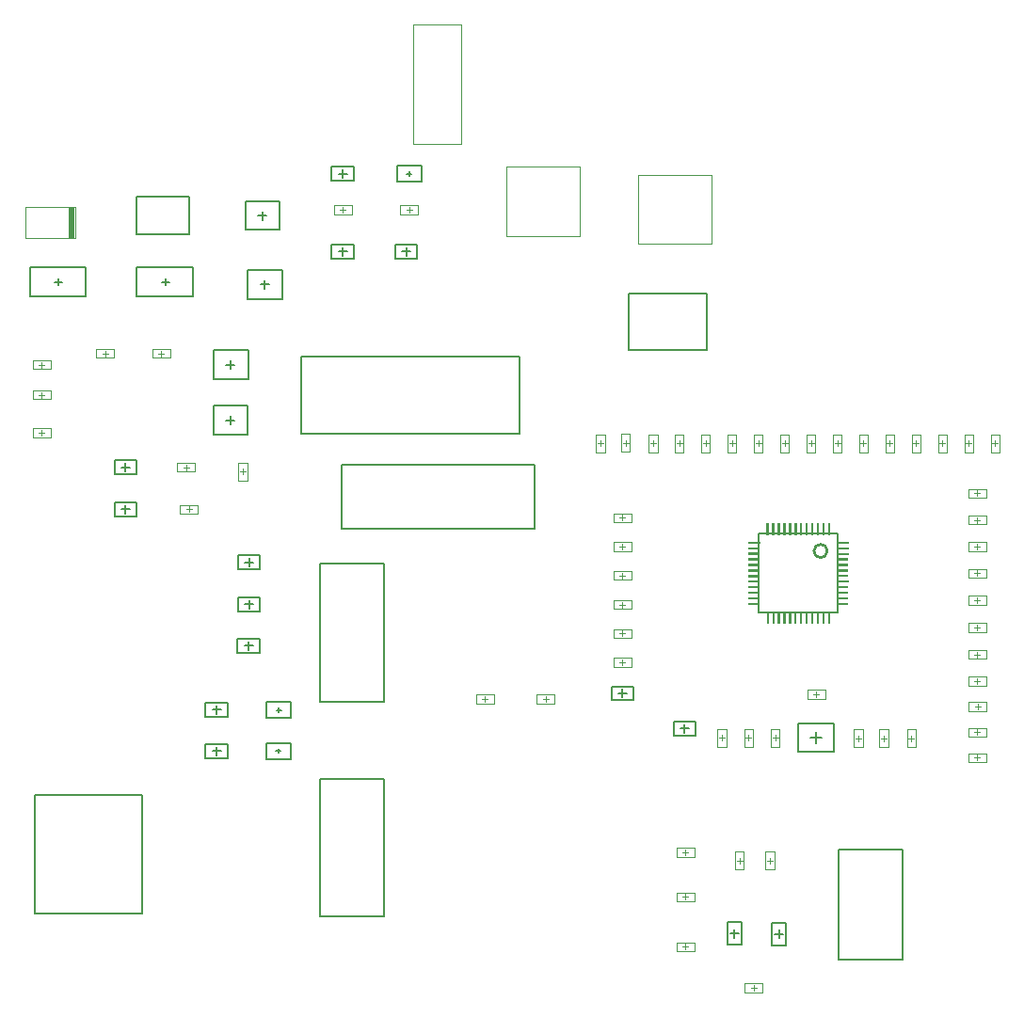
<source format=gbr>
%TF.GenerationSoftware,Altium Limited,Altium Designer,23.0.1 (38)*%
G04 Layer_Color=16711935*
%FSLAX45Y45*%
%MOMM*%
%TF.SameCoordinates,E0F799D9-27B4-45C1-BD14-B3F5E9977550*%
%TF.FilePolarity,Positive*%
%TF.FileFunction,Other,Top_3D_Body*%
%TF.Part,Single*%
G01*
G75*
%TA.AperFunction,NonConductor*%
%ADD64C,0.20000*%
%ADD68C,0.25400*%
%ADD69C,0.15000*%
%ADD73C,0.12700*%
%ADD119C,0.10000*%
%ADD120C,0.15240*%
%ADD121R,0.60523X2.79004*%
G36*
X6947584Y3529098D02*
Y3634930D01*
X6966601D01*
Y3529098D01*
X6947584D01*
D02*
G37*
G36*
X6997661Y3529083D02*
Y3634852D01*
X7016586D01*
Y3529083D01*
X6997661D01*
D02*
G37*
G36*
X7047678Y3529350D02*
Y3634835D01*
X7066853D01*
Y3529350D01*
X7047678D01*
D02*
G37*
G36*
X7097817Y3529175D02*
Y3634697D01*
X7116678D01*
Y3529175D01*
X7097817D01*
D02*
G37*
G36*
X7147676Y3529673D02*
Y3634837D01*
X7167176D01*
Y3529673D01*
X7147676D01*
D02*
G37*
G36*
X7197932Y3529368D02*
Y3634581D01*
X7216871D01*
Y3529368D01*
X7197932D01*
D02*
G37*
G36*
X6782072Y3693518D02*
Y3715442D01*
X6886021D01*
Y3693518D01*
X6782072D01*
D02*
G37*
G36*
X6782311Y3744520D02*
Y3765203D01*
X6887023D01*
Y3744520D01*
X6782311D01*
D02*
G37*
G36*
X6782048Y3794149D02*
Y3815466D01*
X6886652D01*
Y3794149D01*
X6782048D01*
D02*
G37*
G36*
X6782154Y3894610D02*
Y3915359D01*
X6887113D01*
Y3894610D01*
X6782154D01*
D02*
G37*
G36*
X6782251Y3844637D02*
Y3865262D01*
X6887140D01*
Y3844637D01*
X6782251D01*
D02*
G37*
G36*
X6781937Y3944507D02*
Y3965576D01*
X6887010D01*
Y3944507D01*
X6781937D01*
D02*
G37*
G36*
X6781439Y4044446D02*
Y4066075D01*
X6886949D01*
Y4044446D01*
X6781439D01*
D02*
G37*
G36*
X6781712Y3994463D02*
Y4015801D01*
X6886966D01*
Y3994463D01*
X6781712D01*
D02*
G37*
G36*
X6781324Y4094539D02*
Y4116189D01*
X6887042D01*
Y4094539D01*
X6781324D01*
D02*
G37*
G36*
X6781575Y4194827D02*
Y4215938D01*
X6887330D01*
Y4194827D01*
X6781575D01*
D02*
G37*
G36*
X6781814Y4144809D02*
Y4165700D01*
X6887312D01*
Y4144809D01*
X6781814D01*
D02*
G37*
G36*
X6782172Y4244969D02*
Y4265342D01*
X6887472D01*
Y4244969D01*
X6782172D01*
D02*
G37*
G36*
X6996895Y4325121D02*
Y4430618D01*
X7017624D01*
Y4325121D01*
X6996895D01*
D02*
G37*
G36*
X6946336Y4325133D02*
Y4431178D01*
X6967636D01*
Y4325133D01*
X6946336D01*
D02*
G37*
G36*
X7046093Y4325406D02*
Y4431420D01*
X7067909D01*
Y4325406D01*
X7046093D01*
D02*
G37*
G36*
X7146776Y4325388D02*
Y4430738D01*
X7167890D01*
Y4325388D01*
X7146776D01*
D02*
G37*
G36*
X7096312Y4325475D02*
Y4431201D01*
X7117978D01*
Y4325475D01*
X7096312D01*
D02*
G37*
G36*
X7196963Y4325376D02*
Y4430550D01*
X7217879D01*
Y4325376D01*
X7196963D01*
D02*
G37*
G36*
X7248020Y3529415D02*
Y3634493D01*
X7266918D01*
Y3529415D01*
X7248020D01*
D02*
G37*
G36*
X7298029Y3529542D02*
Y3634485D01*
X7317045D01*
Y3529542D01*
X7298029D01*
D02*
G37*
G36*
X7348004Y3529665D02*
Y3634509D01*
X7367168D01*
Y3529665D01*
X7348004D01*
D02*
G37*
G36*
X7398190Y3529651D02*
Y3634323D01*
X7417154D01*
Y3529651D01*
X7398190D01*
D02*
G37*
G36*
X7448216Y3529733D02*
Y3634297D01*
X7467236D01*
Y3529733D01*
X7448216D01*
D02*
G37*
G36*
X7498780Y3529661D02*
Y3633733D01*
X7517164D01*
Y3529661D01*
X7498780D01*
D02*
G37*
G36*
X7578134Y3695174D02*
Y3714379D01*
X7682677D01*
Y3695174D01*
X7578134D01*
D02*
G37*
G36*
X7578116Y3745239D02*
Y3764397D01*
X7682742D01*
Y3745239D01*
X7578116D01*
D02*
G37*
G36*
X7578162Y3795345D02*
Y3814352D01*
X7682848D01*
Y3795345D01*
X7578162D01*
D02*
G37*
G36*
X7578191Y3845473D02*
Y3864322D01*
X7682976D01*
Y3845473D01*
X7578191D01*
D02*
G37*
G36*
X7578537Y3895921D02*
Y3913977D01*
X7683424D01*
Y3895921D01*
X7578537D01*
D02*
G37*
G36*
X7578029Y3945606D02*
Y3964484D01*
X7683109D01*
Y3945606D01*
X7578029D01*
D02*
G37*
G36*
X7246911Y4325527D02*
Y4430602D01*
X7268030D01*
Y4325527D01*
X7246911D01*
D02*
G37*
G36*
X7296897Y4325688D02*
Y4430616D01*
X7318191D01*
Y4325688D01*
X7296897D01*
D02*
G37*
G36*
X7346878Y4325907D02*
Y4430635D01*
X7368410D01*
Y4325907D01*
X7346878D01*
D02*
G37*
G36*
X7447189Y4325793D02*
Y4430325D01*
X7468296D01*
Y4325793D01*
X7447189D01*
D02*
G37*
G36*
X7397006Y4325940D02*
Y4430508D01*
X7418443D01*
Y4325940D01*
X7397006D01*
D02*
G37*
G36*
X7497185Y4326104D02*
Y4430329D01*
X7518607D01*
Y4326104D01*
X7497185D01*
D02*
G37*
G36*
X7577873Y3995553D02*
Y4014640D01*
X7683056D01*
Y3995553D01*
X7577873D01*
D02*
G37*
G36*
X7577844Y4045669D02*
Y4064670D01*
X7683172D01*
Y4045669D01*
X7577844D01*
D02*
G37*
G36*
X7577705Y4095538D02*
Y4114808D01*
X7683041D01*
Y4095538D01*
X7577705D01*
D02*
G37*
G36*
X7577626Y4195716D02*
Y4214888D01*
X7683219D01*
Y4195716D01*
X7577626D01*
D02*
G37*
G36*
X7577758Y4145967D02*
Y4164755D01*
X7683470D01*
Y4145967D01*
X7577758D01*
D02*
G37*
G36*
X7577609Y4246201D02*
Y4264905D01*
X7683704D01*
Y4246201D01*
X7577609D01*
D02*
G37*
D64*
X7595001Y504998D02*
X8170001D01*
Y1494998D01*
X7595001D02*
X8170001D01*
X7595001Y504998D02*
Y1494998D01*
X3119999Y4382501D02*
Y4957501D01*
Y4382501D02*
X4860000D01*
Y4957501D01*
X3119999D02*
X4860000D01*
X2932501Y2824998D02*
X3507501D01*
Y4065001D01*
X2932501D02*
X3507501D01*
X2932501Y2824998D02*
Y4065001D01*
X3730076Y7555001D02*
Y7595001D01*
X3710076Y7575001D02*
X3750076D01*
X3620079Y7647503D02*
X3840079D01*
X3620079Y7502500D02*
X3840079D01*
X3620079D02*
Y7647503D01*
X3840079Y7502500D02*
Y7647503D01*
X5709996Y5993498D02*
X6410000D01*
X5709996D02*
Y6501498D01*
X6410000D01*
Y5993498D02*
Y6501498D01*
X2450003Y2676860D02*
Y2821864D01*
X2670002Y2676860D02*
Y2821864D01*
X2450003D02*
X2670002D01*
X2450003Y2676860D02*
X2670002D01*
X2540005Y2749362D02*
X2580005D01*
X2560005Y2729362D02*
Y2769362D01*
X1540342Y6570579D02*
Y6636619D01*
X1507322Y6603599D02*
X1573362D01*
X1281222Y6468979D02*
Y6738219D01*
X1786682D01*
Y6468979D02*
Y6738219D01*
X1281222Y6468979D02*
X1786682D01*
X318338D02*
X823798D01*
Y6738219D01*
X318338D02*
X823798D01*
X318338Y6468979D02*
Y6738219D01*
X544439Y6603599D02*
X610479D01*
X577459Y6570579D02*
Y6636619D01*
X367401Y916602D02*
Y1983402D01*
X1332601D01*
Y916602D02*
Y1983402D01*
X367401Y916602D02*
X1332601D01*
X2932501Y2129998D02*
X3507501D01*
X2932501Y890001D02*
Y2129998D01*
Y890001D02*
X3507501D01*
Y2129998D01*
X2444999Y2309398D02*
Y2454402D01*
X2664998Y2309398D02*
Y2454402D01*
X2444999D02*
X2664998D01*
X2444999Y2309398D02*
X2664998D01*
X2535001Y2381900D02*
X2575001D01*
X2555001Y2361900D02*
Y2401900D01*
D68*
X7492508Y4180005D02*
G03*
X7492508Y4180005I-60000J0D01*
G01*
D69*
X7057984Y695873D02*
Y772073D01*
X7019884Y733973D02*
X7096084D01*
X7120499Y634257D02*
Y834257D01*
X6995505Y634257D02*
X7120499D01*
X6995505D02*
Y834257D01*
X7120499D01*
X6656984Y700705D02*
Y776905D01*
X6618884Y738805D02*
X6695084D01*
X6594470Y638520D02*
Y838520D01*
X6719463D01*
Y638520D02*
Y838520D01*
X6594470Y638520D02*
X6719463D01*
X3233628Y7512486D02*
Y7637479D01*
X3033629D02*
X3233628D01*
X3033629Y7512486D02*
Y7637479D01*
Y7512486D02*
X3233628D01*
X3133344Y7536900D02*
Y7613100D01*
X3095244Y7575000D02*
X3171444D01*
X3666581Y6876821D02*
X3742781D01*
X3704681Y6838721D02*
Y6914921D01*
X3604397Y6939336D02*
X3804397D01*
Y6814342D02*
Y6939336D01*
X3604397Y6814342D02*
X3804397D01*
X3604397D02*
Y6939336D01*
X3233628Y6814307D02*
Y6939300D01*
X3033629D02*
X3233628D01*
X3033629Y6814307D02*
Y6939300D01*
Y6814307D02*
X3233628D01*
X3133344Y6838721D02*
Y6914921D01*
X3095244Y6876821D02*
X3171444D01*
X1899717Y2319421D02*
Y2444415D01*
Y2319421D02*
X2099716D01*
Y2444415D01*
X1899717D02*
X2099716D01*
X2000001Y2343800D02*
Y2420000D01*
X1961901Y2381900D02*
X2038101D01*
X1961901Y2751902D02*
X2038101D01*
X2000001Y2713802D02*
Y2790002D01*
X1899717Y2814417D02*
X2099716D01*
Y2689423D02*
Y2814417D01*
X1899717Y2689423D02*
X2099716D01*
X1899717D02*
Y2814417D01*
X2187174Y3267522D02*
Y3392515D01*
Y3267522D02*
X2387173D01*
Y3392515D01*
X2187174D02*
X2387173D01*
X2287458Y3291901D02*
Y3368101D01*
X2249358Y3330001D02*
X2325558D01*
X2390282Y3637483D02*
Y3762477D01*
X2190283D02*
X2390282D01*
X2190283Y3637483D02*
Y3762477D01*
Y3637483D02*
X2390282D01*
X2289998Y3661898D02*
Y3738098D01*
X2251898Y3699998D02*
X2328098D01*
X2251898Y4080000D02*
X2328098D01*
X2289998Y4041900D02*
Y4118100D01*
X2190283Y4017486D02*
X2390282D01*
X2190283D02*
Y4142479D01*
X2390282D01*
Y4017486D02*
Y4142479D01*
X1280282Y4870983D02*
Y4995977D01*
X1080282D02*
X1280282D01*
X1080282Y4870983D02*
Y4995977D01*
Y4870983D02*
X1280282D01*
X1179998Y4895398D02*
Y4971598D01*
X1141898Y4933498D02*
X1218098D01*
X1079713Y4494423D02*
Y4619417D01*
Y4494423D02*
X1279713D01*
Y4619417D01*
X1079713D02*
X1279713D01*
X1179998Y4518802D02*
Y4595002D01*
X1141898Y4556902D02*
X1218098D01*
X2123150Y5320401D02*
Y5396601D01*
X2085050Y5358501D02*
X2161250D01*
X2280691Y5228499D02*
Y5488503D01*
X1970689D02*
X2280691D01*
X1970689Y5228499D02*
Y5488503D01*
Y5228499D02*
X2280691D01*
X1971970Y5728498D02*
X2281972D01*
X1971970D02*
Y5988502D01*
X2281972D01*
Y5728498D02*
Y5988502D01*
X2086331Y5858500D02*
X2162531D01*
X2124431Y5820400D02*
Y5896600D01*
X2278776Y6448598D02*
X2588778D01*
X2278776D02*
Y6708602D01*
X2588778D01*
Y6448598D02*
Y6708602D01*
X2393137Y6578600D02*
X2469337D01*
X2431237Y6540500D02*
Y6616700D01*
X2408723Y7161901D02*
Y7238101D01*
X2370623Y7200001D02*
X2446823D01*
X2566264Y7069999D02*
Y7330003D01*
X2256262D02*
X2566264D01*
X2256262Y7069999D02*
Y7330003D01*
Y7069999D02*
X2566264D01*
X7229993Y2378476D02*
Y2628478D01*
Y2378476D02*
X7549993D01*
Y2628478D01*
X7229993D02*
X7549993D01*
X7389993Y2453477D02*
Y2553477D01*
X7339995Y2503475D02*
X7439995D01*
X6109513Y2521001D02*
Y2645994D01*
Y2521001D02*
X6309512D01*
Y2645994D01*
X6109513D02*
X6309512D01*
X6209797Y2545380D02*
Y2621580D01*
X6171697Y2583480D02*
X6247897D01*
X5611815Y2900070D02*
X5688015D01*
X5649915Y2861970D02*
Y2938170D01*
X5550200Y2837556D02*
X5750199D01*
X5550200D02*
Y2962549D01*
X5750199D01*
Y2837556D02*
Y2962549D01*
D73*
X7587498Y3625002D02*
Y4335003D01*
X6877497D02*
X7587498D01*
X6877497Y3625002D02*
Y4335003D01*
Y3625002D02*
X7587498D01*
X1752001Y7029003D02*
Y7370999D01*
X1278001D02*
X1752001D01*
X1278001Y7029003D02*
Y7370999D01*
Y7029003D02*
X1752001D01*
D119*
X345553Y5626502D02*
X505552D01*
Y5546502D02*
Y5626502D01*
X345553Y5546502D02*
X505552D01*
X345553D02*
Y5626502D01*
X400153Y5586497D02*
X450953D01*
X425553Y5561097D02*
Y5611897D01*
X6215162Y593405D02*
Y644205D01*
X6189762Y618805D02*
X6240562D01*
X6135167Y578810D02*
Y658810D01*
Y578810D02*
X6295166D01*
Y658810D01*
X6135167D02*
X6295166D01*
X6830004Y224602D02*
Y275402D01*
X6804604Y250002D02*
X6855404D01*
X6909999Y210002D02*
Y290002D01*
X6749999D02*
X6909999D01*
X6749999Y210002D02*
Y290002D01*
Y210002D02*
X6909999D01*
X6215243Y1041502D02*
Y1092302D01*
X6189843Y1066902D02*
X6240643D01*
X6135248Y1026907D02*
Y1106907D01*
Y1026907D02*
X6295248D01*
Y1106907D01*
X6135248D02*
X6295248D01*
X6951584Y1393967D02*
X7002384D01*
X6976984Y1368567D02*
Y1419367D01*
X6936979Y1313972D02*
X7016979D01*
Y1473972D01*
X6936979D02*
X7016979D01*
X6936979Y1313972D02*
Y1473972D01*
X6676678Y1394047D02*
X6727478D01*
X6702078Y1368647D02*
Y1419447D01*
X6662078Y1314052D02*
X6742078D01*
Y1474052D01*
X6662078D02*
X6742078D01*
X6662078Y1314052D02*
Y1474052D01*
X6215004Y1443406D02*
Y1494206D01*
X6189604Y1468806D02*
X6240404D01*
X6294999Y1428801D02*
Y1508801D01*
X6134999D02*
X6294999D01*
X6134999Y1428801D02*
Y1508801D01*
Y1428801D02*
X6294999D01*
X8840003Y2294606D02*
Y2345406D01*
X8814603Y2320006D02*
X8865403D01*
X8920002Y2280001D02*
Y2360000D01*
X8759998D02*
X8920002D01*
X8759998Y2280001D02*
Y2360000D01*
Y2280001D02*
X8920002D01*
X8840084Y2524603D02*
Y2575403D01*
X8814684Y2550003D02*
X8865484D01*
X8760089Y2510008D02*
Y2590008D01*
Y2510008D02*
X8920089D01*
Y2590008D01*
X8760089D02*
X8920089D01*
X8845006Y2754605D02*
Y2805405D01*
X8819606Y2780005D02*
X8870406D01*
X8765007Y2740010D02*
Y2820010D01*
Y2740010D02*
X8925006D01*
Y2820010D01*
X8765007D02*
X8925006D01*
X8839926Y2984602D02*
Y3035402D01*
X8814526Y3010002D02*
X8865326D01*
X8919921Y2970002D02*
Y3050002D01*
X8759922D02*
X8919921D01*
X8759922Y2970002D02*
Y3050002D01*
Y2970002D02*
X8919921D01*
X8840084Y3224606D02*
Y3275406D01*
X8814684Y3250006D02*
X8865484D01*
X8760089Y3210006D02*
Y3290006D01*
Y3210006D02*
X8920089D01*
Y3290006D01*
X8760089D02*
X8920089D01*
X8840003Y3465556D02*
Y3516356D01*
X8814603Y3490956D02*
X8865403D01*
X8920002Y3450956D02*
Y3530956D01*
X8759998D02*
X8920002D01*
X8759998Y3450956D02*
Y3530956D01*
Y3450956D02*
X8920002D01*
X8840084Y3714176D02*
Y3764976D01*
X8814684Y3739576D02*
X8865484D01*
X8760089Y3699581D02*
Y3779581D01*
Y3699581D02*
X8920089D01*
Y3779581D01*
X8760089D02*
X8920089D01*
X8840003Y4675454D02*
Y4726254D01*
X8814603Y4700854D02*
X8865403D01*
X8920002Y4660849D02*
Y4740849D01*
X8759998D02*
X8920002D01*
X8759998Y4660849D02*
Y4740849D01*
Y4660849D02*
X8920002D01*
X8840084Y4435028D02*
Y4485828D01*
X8814684Y4460428D02*
X8865484D01*
X8920079Y4420428D02*
Y4500428D01*
X8760079D02*
X8920079D01*
X8760079Y4420428D02*
Y4500428D01*
Y4420428D02*
X8920079D01*
X8840003Y4194602D02*
Y4245402D01*
X8814603Y4220002D02*
X8865403D01*
X8920002Y4180002D02*
Y4260002D01*
X8759998D02*
X8920002D01*
X8759998Y4180002D02*
Y4260002D01*
Y4180002D02*
X8920002D01*
X8840003Y3954602D02*
Y4005402D01*
X8814603Y3980002D02*
X8865403D01*
X8920002Y3940002D02*
Y4020002D01*
X8759998D02*
X8920002D01*
X8759998Y3940002D02*
Y4020002D01*
Y3940002D02*
X8920002D01*
X3766999Y8919001D02*
X4198997D01*
Y7842005D02*
Y8919001D01*
X3766999Y7842005D02*
Y8919001D01*
Y7842005D02*
X4198997D01*
X5270002Y7017325D02*
Y7639325D01*
X4605000Y7017325D02*
Y7639325D01*
X5270002D01*
X4605000Y7017325D02*
X5270002D01*
X5787573Y6944995D02*
X6452575D01*
X5787573Y7566995D02*
X6452575D01*
X5787573Y6944995D02*
Y7566995D01*
X6452575Y6944995D02*
Y7566995D01*
X3133263Y7224598D02*
Y7275398D01*
X3107863Y7249998D02*
X3158663D01*
X3213257Y7209998D02*
Y7289998D01*
X3053258D02*
X3213257D01*
X3053258Y7209998D02*
Y7289998D01*
Y7209998D02*
X3213257D01*
X3730081Y7224598D02*
Y7275398D01*
X3704681Y7249998D02*
X3755481D01*
X3650087Y7210003D02*
Y7290003D01*
Y7210003D02*
X3810086D01*
Y7290003D01*
X3650087D02*
X3810086D01*
X1751112Y4531502D02*
Y4582302D01*
X1725712Y4556902D02*
X1776512D01*
X1671117Y4516902D02*
Y4596902D01*
Y4516902D02*
X1831116D01*
Y4596902D01*
X1671117D02*
X1831116D01*
X1725630Y4908098D02*
Y4958898D01*
X1700230Y4933498D02*
X1751030D01*
X1805630Y4893498D02*
Y4973498D01*
X1645625D02*
X1805630D01*
X1645625Y4893498D02*
Y4973498D01*
Y4893498D02*
X1805630D01*
X2209033Y4893417D02*
X2259833D01*
X2234433Y4868017D02*
Y4918817D01*
X2194438Y4973411D02*
X2274438D01*
X2194438Y4813412D02*
Y4973411D01*
Y4813412D02*
X2274438D01*
Y4973411D01*
X1500795Y5933100D02*
Y5983900D01*
X1475395Y5958500D02*
X1526195D01*
X1420795Y5918505D02*
Y5998505D01*
Y5918505D02*
X1580794D01*
Y5998505D01*
X1420795D02*
X1580794D01*
X995131Y5933100D02*
Y5983900D01*
X969731Y5958500D02*
X1020531D01*
X915132Y5918505D02*
Y5998505D01*
Y5918505D02*
X1075136D01*
Y5998505D01*
X915132D02*
X1075136D01*
X724997Y6995500D02*
Y7274504D01*
X274996Y6995500D02*
Y7274504D01*
Y6995500D02*
X724997D01*
X274996Y7274504D02*
X724997D01*
X425390Y5833100D02*
Y5883900D01*
X399990Y5858500D02*
X450790D01*
X505385Y5818495D02*
Y5898495D01*
X345385D02*
X505385D01*
X345385Y5818495D02*
Y5898495D01*
Y5818495D02*
X505385D01*
X8224601Y2495321D02*
X8275401D01*
X8250001Y2469921D02*
Y2520721D01*
X8210006Y2575316D02*
X8290006D01*
X8210006Y2415316D02*
Y2575316D01*
Y2415316D02*
X8290006D01*
Y2575316D01*
X7974599Y2495403D02*
X8025399D01*
X7999999Y2470003D02*
Y2520803D01*
X7960004Y2575397D02*
X8040004D01*
X7960004Y2415398D02*
Y2575397D01*
Y2415398D02*
X8040004D01*
Y2575397D01*
X7730851Y2415484D02*
Y2575484D01*
X7810851D01*
Y2415484D02*
Y2575484D01*
X7730851Y2415484D02*
X7810851D01*
X7770856Y2470079D02*
Y2520879D01*
X7745456Y2495479D02*
X7796256D01*
X6999168Y2498481D02*
X7049968D01*
X7024568Y2473081D02*
Y2523881D01*
X6984573Y2578476D02*
X7064573D01*
X6984573Y2418476D02*
Y2578476D01*
Y2418476D02*
X7064573D01*
Y2578476D01*
X6758747Y2498639D02*
X6809547D01*
X6784147Y2473239D02*
Y2524039D01*
X6744142Y2418644D02*
X6824142D01*
Y2578644D01*
X6744142D02*
X6824142D01*
X6744142Y2418644D02*
Y2578644D01*
X6518321Y2498557D02*
X6569121D01*
X6543721Y2473157D02*
Y2523957D01*
X6503716Y2418563D02*
X6583716D01*
Y2578562D01*
X6503716D02*
X6583716D01*
X6503716Y2418563D02*
Y2578562D01*
X5649996Y4454596D02*
Y4505396D01*
X5624596Y4479996D02*
X5675396D01*
X5570002Y4440001D02*
Y4520001D01*
Y4440001D02*
X5730001D01*
Y4520001D01*
X5570002D02*
X5730001D01*
X5649996Y4194597D02*
Y4245397D01*
X5624596Y4219997D02*
X5675396D01*
X5570002Y4180002D02*
Y4260002D01*
Y4180002D02*
X5730001D01*
Y4260002D01*
X5570002D02*
X5730001D01*
X5649996Y3934597D02*
Y3985397D01*
X5624596Y3959997D02*
X5675396D01*
X5570002Y3920002D02*
Y4000002D01*
Y3920002D02*
X5730001D01*
Y4000002D01*
X5570002D02*
X5730001D01*
X9042126Y5069835D02*
Y5229835D01*
X8962126Y5069835D02*
X9042126D01*
X8962126D02*
Y5229835D01*
X9042126D01*
X9002126Y5124440D02*
Y5175240D01*
X8976726Y5149840D02*
X9027526D01*
X8739998Y5150002D02*
X8790798D01*
X8765398Y5124602D02*
Y5175402D01*
X8725398Y5070003D02*
X8805398D01*
Y5230002D01*
X8725398D02*
X8805398D01*
X8725398Y5070003D02*
Y5230002D01*
X8503275Y5149840D02*
X8554075D01*
X8528675Y5124440D02*
Y5175240D01*
X8488680Y5229835D02*
X8568680D01*
X8488680Y5069835D02*
Y5229835D01*
Y5069835D02*
X8568680D01*
Y5229835D01*
X8266552Y5149840D02*
X8317352D01*
X8291952Y5124440D02*
Y5175240D01*
X8251957Y5229835D02*
X8331957D01*
X8251957Y5069835D02*
Y5229835D01*
Y5069835D02*
X8331957D01*
Y5229835D01*
X8029829Y5150002D02*
X8080629D01*
X8055229Y5124602D02*
Y5175402D01*
X8015224Y5070003D02*
X8095224D01*
Y5230002D01*
X8015224D02*
X8095224D01*
X8015224Y5070003D02*
Y5230002D01*
X7793106Y5149840D02*
X7843906D01*
X7818506Y5124440D02*
Y5175240D01*
X7778511Y5229835D02*
X7858511D01*
X7778511Y5069835D02*
Y5229835D01*
Y5069835D02*
X7858511D01*
Y5229835D01*
X7556383Y5150002D02*
X7607183D01*
X7581783Y5124602D02*
Y5175402D01*
X7541778Y5070003D02*
X7621778D01*
Y5230002D01*
X7541778D02*
X7621778D01*
X7541778Y5070003D02*
Y5230002D01*
X7319660Y5149840D02*
X7370460D01*
X7345060Y5124440D02*
Y5175240D01*
X7305065Y5229835D02*
X7385065D01*
X7305065Y5069835D02*
Y5229835D01*
Y5069835D02*
X7385065D01*
Y5229835D01*
X7082937Y5150002D02*
X7133737D01*
X7108337Y5124602D02*
Y5175402D01*
X7068332Y5070003D02*
X7148332D01*
Y5230002D01*
X7068332D02*
X7148332D01*
X7068332Y5070003D02*
Y5230002D01*
X6846214Y5149840D02*
X6897014D01*
X6871614Y5124440D02*
Y5175240D01*
X6831614Y5229835D02*
X6911614D01*
X6831614Y5069835D02*
Y5229835D01*
Y5069835D02*
X6911614D01*
Y5229835D01*
X6609491Y5150002D02*
X6660291D01*
X6634891Y5124602D02*
Y5175402D01*
X6594886Y5070003D02*
X6674886D01*
Y5230002D01*
X6594886D02*
X6674886D01*
X6594886Y5070003D02*
Y5230002D01*
X6372763Y5149840D02*
X6423563D01*
X6398163Y5124440D02*
Y5175240D01*
X6358169Y5229835D02*
X6438168D01*
X6358169Y5069835D02*
Y5229835D01*
Y5069835D02*
X6438168D01*
Y5229835D01*
X6136041Y5149840D02*
X6186841D01*
X6161441Y5124440D02*
Y5175240D01*
X6121446Y5229835D02*
X6201446D01*
X6121446Y5069835D02*
Y5229835D01*
Y5069835D02*
X6201446D01*
Y5229835D01*
X5899318Y5150002D02*
X5950118D01*
X5924718Y5124602D02*
Y5175402D01*
X5884713Y5070003D02*
X5964712D01*
Y5230002D01*
X5884713D02*
X5964712D01*
X5884713Y5070003D02*
Y5230002D01*
X5652099Y5152420D02*
X5702899D01*
X5677499Y5127020D02*
Y5177820D01*
X5637505Y5232415D02*
X5717504D01*
X5637505Y5072416D02*
Y5232415D01*
Y5072416D02*
X5717504D01*
Y5232415D01*
X5425872Y5149840D02*
X5476672D01*
X5451272Y5124440D02*
Y5175240D01*
X5411277Y5229835D02*
X5491277D01*
X5411277Y5069835D02*
Y5229835D01*
Y5069835D02*
X5491277D01*
Y5229835D01*
X4412666Y2823403D02*
Y2874203D01*
X4387266Y2848803D02*
X4438066D01*
X4332666Y2808808D02*
Y2888808D01*
Y2808808D02*
X4492671D01*
Y2888808D01*
X4332666D02*
X4492671D01*
X4960005Y2823403D02*
Y2874203D01*
X4934605Y2848803D02*
X4985405D01*
X5040000Y2808798D02*
Y2888798D01*
X4880000D02*
X5040000D01*
X4880000Y2808798D02*
Y2888798D01*
Y2808798D02*
X5040000D01*
X5569834Y3658992D02*
X5729834D01*
X5569834D02*
Y3738992D01*
X5729834D01*
Y3658992D02*
Y3738992D01*
X5624434Y3698997D02*
X5675234D01*
X5649834Y3673597D02*
Y3724397D01*
X5649996Y3153598D02*
Y3204398D01*
X5624596Y3178998D02*
X5675396D01*
X5570002Y3138998D02*
Y3218998D01*
Y3138998D02*
X5730001D01*
Y3218998D01*
X5570002D02*
X5730001D01*
X5649834Y3413171D02*
Y3463971D01*
X5624434Y3438571D02*
X5675234D01*
X5729834Y3398566D02*
Y3478566D01*
X5569834D02*
X5729834D01*
X5569834Y3398566D02*
Y3478566D01*
Y3398566D02*
X5729834D01*
X424296Y5217604D02*
Y5268404D01*
X398896Y5243004D02*
X449696D01*
X344301Y5203004D02*
Y5283004D01*
Y5203004D02*
X504301D01*
Y5283004D01*
X344301D02*
X504301D01*
X7395165Y2864601D02*
Y2915401D01*
X7369765Y2890001D02*
X7420565D01*
X7315170Y2850006D02*
Y2930006D01*
Y2850006D02*
X7475169D01*
Y2930006D01*
X7315170D02*
X7475169D01*
D120*
X2761442Y5932581D02*
X4721443D01*
Y5232578D02*
Y5932581D01*
X2761442Y5232578D02*
X4721443D01*
X2761442D02*
Y5932581D01*
D121*
X694736Y7135002D02*
D03*
%TF.MD5,a383e5ad40d893f64425264fccab7a1d*%
M02*

</source>
